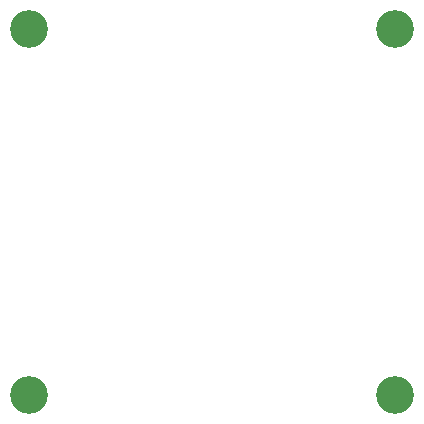
<source format=gbr>
%TF.GenerationSoftware,KiCad,Pcbnew,7.0.1*%
%TF.CreationDate,2024-04-02T19:32:25+05:30*%
%TF.ProjectId,SAMD11_DRV8825_NEM17,53414d44-3131-45f4-9452-56383832355f,rev?*%
%TF.SameCoordinates,Original*%
%TF.FileFunction,Soldermask,Bot*%
%TF.FilePolarity,Negative*%
%FSLAX46Y46*%
G04 Gerber Fmt 4.6, Leading zero omitted, Abs format (unit mm)*
G04 Created by KiCad (PCBNEW 7.0.1) date 2024-04-02 19:32:25*
%MOMM*%
%LPD*%
G01*
G04 APERTURE LIST*
%ADD10C,3.200000*%
G04 APERTURE END LIST*
D10*
%TO.C,REF\u002A\u002A*%
X174856500Y-63731500D03*
X174856500Y-94731500D03*
X205856500Y-63731500D03*
X205856500Y-94731500D03*
%TD*%
M02*

</source>
